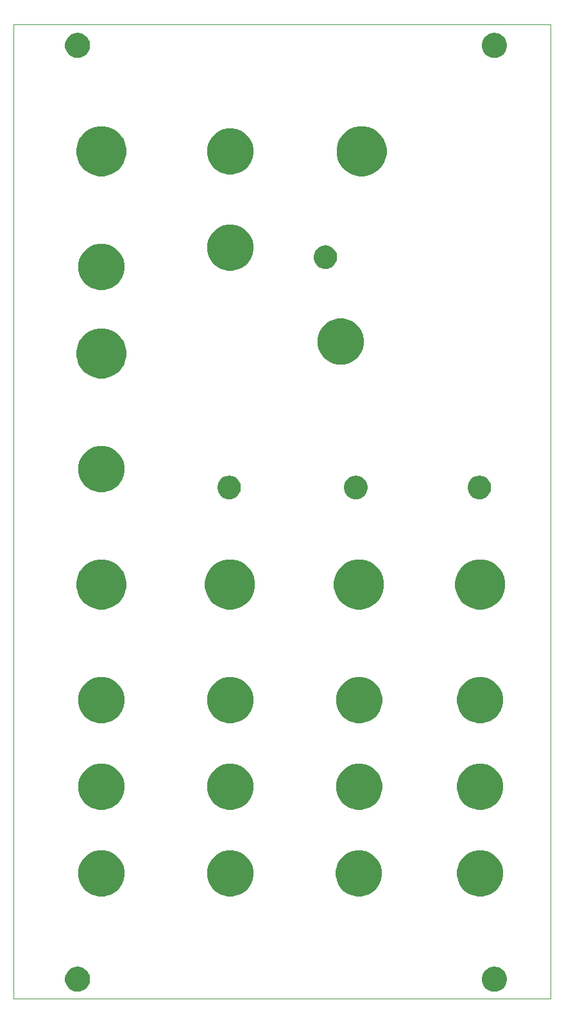
<source format=gbr>
G04 #@! TF.GenerationSoftware,KiCad,Pcbnew,(5.1.4)-1*
G04 #@! TF.CreationDate,2019-11-15T08:19:10+01:00*
G04 #@! TF.ProjectId,Panel,50616e65-6c2e-46b6-9963-61645f706362,rev?*
G04 #@! TF.SameCoordinates,Original*
G04 #@! TF.FileFunction,Soldermask,Top*
G04 #@! TF.FilePolarity,Negative*
%FSLAX46Y46*%
G04 Gerber Fmt 4.6, Leading zero omitted, Abs format (unit mm)*
G04 Created by KiCad (PCBNEW (5.1.4)-1) date 2019-11-15 08:19:10*
%MOMM*%
%LPD*%
G04 APERTURE LIST*
%ADD10C,0.050000*%
%ADD11C,0.100000*%
G04 APERTURE END LIST*
D10*
X178570000Y-23910000D02*
X249420000Y-23910000D01*
X178570000Y-152400000D02*
X178570000Y-23910000D01*
X178570000Y-152400000D02*
X249420000Y-152400000D01*
X249420000Y-152400000D02*
X249420000Y-23910000D01*
D11*
G36*
X242375256Y-148251298D02*
G01*
X242481579Y-148272447D01*
X242782042Y-148396903D01*
X243052451Y-148577585D01*
X243282415Y-148807549D01*
X243463097Y-149077958D01*
X243587553Y-149378421D01*
X243651000Y-149697391D01*
X243651000Y-150022609D01*
X243587553Y-150341579D01*
X243463097Y-150642042D01*
X243282415Y-150912451D01*
X243052451Y-151142415D01*
X242782042Y-151323097D01*
X242481579Y-151447553D01*
X242375256Y-151468702D01*
X242162611Y-151511000D01*
X241837389Y-151511000D01*
X241624744Y-151468702D01*
X241518421Y-151447553D01*
X241217958Y-151323097D01*
X240947549Y-151142415D01*
X240717585Y-150912451D01*
X240536903Y-150642042D01*
X240412447Y-150341579D01*
X240349000Y-150022609D01*
X240349000Y-149697391D01*
X240412447Y-149378421D01*
X240536903Y-149077958D01*
X240717585Y-148807549D01*
X240947549Y-148577585D01*
X241217958Y-148396903D01*
X241518421Y-148272447D01*
X241624744Y-148251298D01*
X241837389Y-148209000D01*
X242162611Y-148209000D01*
X242375256Y-148251298D01*
X242375256Y-148251298D01*
G37*
G36*
X187375256Y-148251298D02*
G01*
X187481579Y-148272447D01*
X187782042Y-148396903D01*
X188052451Y-148577585D01*
X188282415Y-148807549D01*
X188463097Y-149077958D01*
X188587553Y-149378421D01*
X188651000Y-149697391D01*
X188651000Y-150022609D01*
X188587553Y-150341579D01*
X188463097Y-150642042D01*
X188282415Y-150912451D01*
X188052451Y-151142415D01*
X187782042Y-151323097D01*
X187481579Y-151447553D01*
X187375256Y-151468702D01*
X187162611Y-151511000D01*
X186837389Y-151511000D01*
X186624744Y-151468702D01*
X186518421Y-151447553D01*
X186217958Y-151323097D01*
X185947549Y-151142415D01*
X185717585Y-150912451D01*
X185536903Y-150642042D01*
X185412447Y-150341579D01*
X185349000Y-150022609D01*
X185349000Y-149697391D01*
X185412447Y-149378421D01*
X185536903Y-149077958D01*
X185717585Y-148807549D01*
X185947549Y-148577585D01*
X186217958Y-148396903D01*
X186518421Y-148272447D01*
X186624744Y-148251298D01*
X186837389Y-148209000D01*
X187162611Y-148209000D01*
X187375256Y-148251298D01*
X187375256Y-148251298D01*
G37*
G36*
X208049943Y-132956248D02*
G01*
X208605189Y-133186238D01*
X208605190Y-133186239D01*
X209104899Y-133520134D01*
X209529866Y-133945101D01*
X209529867Y-133945103D01*
X209863762Y-134444811D01*
X210093752Y-135000057D01*
X210211000Y-135589501D01*
X210211000Y-136190499D01*
X210093752Y-136779943D01*
X209863762Y-137335189D01*
X209863761Y-137335190D01*
X209529866Y-137834899D01*
X209104899Y-138259866D01*
X208853347Y-138427948D01*
X208605189Y-138593762D01*
X208049943Y-138823752D01*
X207460499Y-138941000D01*
X206859501Y-138941000D01*
X206270057Y-138823752D01*
X205714811Y-138593762D01*
X205466653Y-138427948D01*
X205215101Y-138259866D01*
X204790134Y-137834899D01*
X204456239Y-137335190D01*
X204456238Y-137335189D01*
X204226248Y-136779943D01*
X204109000Y-136190499D01*
X204109000Y-135589501D01*
X204226248Y-135000057D01*
X204456238Y-134444811D01*
X204790133Y-133945103D01*
X204790134Y-133945101D01*
X205215101Y-133520134D01*
X205714810Y-133186239D01*
X205714811Y-133186238D01*
X206270057Y-132956248D01*
X206859501Y-132839000D01*
X207460499Y-132839000D01*
X208049943Y-132956248D01*
X208049943Y-132956248D01*
G37*
G36*
X225009943Y-132956248D02*
G01*
X225565189Y-133186238D01*
X225565190Y-133186239D01*
X226064899Y-133520134D01*
X226489866Y-133945101D01*
X226489867Y-133945103D01*
X226823762Y-134444811D01*
X227053752Y-135000057D01*
X227171000Y-135589501D01*
X227171000Y-136190499D01*
X227053752Y-136779943D01*
X226823762Y-137335189D01*
X226823761Y-137335190D01*
X226489866Y-137834899D01*
X226064899Y-138259866D01*
X225813347Y-138427948D01*
X225565189Y-138593762D01*
X225009943Y-138823752D01*
X224420499Y-138941000D01*
X223819501Y-138941000D01*
X223230057Y-138823752D01*
X222674811Y-138593762D01*
X222426653Y-138427948D01*
X222175101Y-138259866D01*
X221750134Y-137834899D01*
X221416239Y-137335190D01*
X221416238Y-137335189D01*
X221186248Y-136779943D01*
X221069000Y-136190499D01*
X221069000Y-135589501D01*
X221186248Y-135000057D01*
X221416238Y-134444811D01*
X221750133Y-133945103D01*
X221750134Y-133945101D01*
X222175101Y-133520134D01*
X222674810Y-133186239D01*
X222674811Y-133186238D01*
X223230057Y-132956248D01*
X223819501Y-132839000D01*
X224420499Y-132839000D01*
X225009943Y-132956248D01*
X225009943Y-132956248D01*
G37*
G36*
X241019943Y-132956248D02*
G01*
X241575189Y-133186238D01*
X241575190Y-133186239D01*
X242074899Y-133520134D01*
X242499866Y-133945101D01*
X242499867Y-133945103D01*
X242833762Y-134444811D01*
X243063752Y-135000057D01*
X243181000Y-135589501D01*
X243181000Y-136190499D01*
X243063752Y-136779943D01*
X242833762Y-137335189D01*
X242833761Y-137335190D01*
X242499866Y-137834899D01*
X242074899Y-138259866D01*
X241823347Y-138427948D01*
X241575189Y-138593762D01*
X241019943Y-138823752D01*
X240430499Y-138941000D01*
X239829501Y-138941000D01*
X239240057Y-138823752D01*
X238684811Y-138593762D01*
X238436653Y-138427948D01*
X238185101Y-138259866D01*
X237760134Y-137834899D01*
X237426239Y-137335190D01*
X237426238Y-137335189D01*
X237196248Y-136779943D01*
X237079000Y-136190499D01*
X237079000Y-135589501D01*
X237196248Y-135000057D01*
X237426238Y-134444811D01*
X237760133Y-133945103D01*
X237760134Y-133945101D01*
X238185101Y-133520134D01*
X238684810Y-133186239D01*
X238684811Y-133186238D01*
X239240057Y-132956248D01*
X239829501Y-132839000D01*
X240430499Y-132839000D01*
X241019943Y-132956248D01*
X241019943Y-132956248D01*
G37*
G36*
X191039943Y-132956248D02*
G01*
X191595189Y-133186238D01*
X191595190Y-133186239D01*
X192094899Y-133520134D01*
X192519866Y-133945101D01*
X192519867Y-133945103D01*
X192853762Y-134444811D01*
X193083752Y-135000057D01*
X193201000Y-135589501D01*
X193201000Y-136190499D01*
X193083752Y-136779943D01*
X192853762Y-137335189D01*
X192853761Y-137335190D01*
X192519866Y-137834899D01*
X192094899Y-138259866D01*
X191843347Y-138427948D01*
X191595189Y-138593762D01*
X191039943Y-138823752D01*
X190450499Y-138941000D01*
X189849501Y-138941000D01*
X189260057Y-138823752D01*
X188704811Y-138593762D01*
X188456653Y-138427948D01*
X188205101Y-138259866D01*
X187780134Y-137834899D01*
X187446239Y-137335190D01*
X187446238Y-137335189D01*
X187216248Y-136779943D01*
X187099000Y-136190499D01*
X187099000Y-135589501D01*
X187216248Y-135000057D01*
X187446238Y-134444811D01*
X187780133Y-133945103D01*
X187780134Y-133945101D01*
X188205101Y-133520134D01*
X188704810Y-133186239D01*
X188704811Y-133186238D01*
X189260057Y-132956248D01*
X189849501Y-132839000D01*
X190450499Y-132839000D01*
X191039943Y-132956248D01*
X191039943Y-132956248D01*
G37*
G36*
X208049943Y-121526248D02*
G01*
X208605189Y-121756238D01*
X208605190Y-121756239D01*
X209104899Y-122090134D01*
X209529866Y-122515101D01*
X209529867Y-122515103D01*
X209863762Y-123014811D01*
X210093752Y-123570057D01*
X210211000Y-124159501D01*
X210211000Y-124760499D01*
X210093752Y-125349943D01*
X209863762Y-125905189D01*
X209863761Y-125905190D01*
X209529866Y-126404899D01*
X209104899Y-126829866D01*
X208853347Y-126997948D01*
X208605189Y-127163762D01*
X208049943Y-127393752D01*
X207460499Y-127511000D01*
X206859501Y-127511000D01*
X206270057Y-127393752D01*
X205714811Y-127163762D01*
X205466653Y-126997948D01*
X205215101Y-126829866D01*
X204790134Y-126404899D01*
X204456239Y-125905190D01*
X204456238Y-125905189D01*
X204226248Y-125349943D01*
X204109000Y-124760499D01*
X204109000Y-124159501D01*
X204226248Y-123570057D01*
X204456238Y-123014811D01*
X204790133Y-122515103D01*
X204790134Y-122515101D01*
X205215101Y-122090134D01*
X205714810Y-121756239D01*
X205714811Y-121756238D01*
X206270057Y-121526248D01*
X206859501Y-121409000D01*
X207460499Y-121409000D01*
X208049943Y-121526248D01*
X208049943Y-121526248D01*
G37*
G36*
X241019943Y-121526248D02*
G01*
X241575189Y-121756238D01*
X241575190Y-121756239D01*
X242074899Y-122090134D01*
X242499866Y-122515101D01*
X242499867Y-122515103D01*
X242833762Y-123014811D01*
X243063752Y-123570057D01*
X243181000Y-124159501D01*
X243181000Y-124760499D01*
X243063752Y-125349943D01*
X242833762Y-125905189D01*
X242833761Y-125905190D01*
X242499866Y-126404899D01*
X242074899Y-126829866D01*
X241823347Y-126997948D01*
X241575189Y-127163762D01*
X241019943Y-127393752D01*
X240430499Y-127511000D01*
X239829501Y-127511000D01*
X239240057Y-127393752D01*
X238684811Y-127163762D01*
X238436653Y-126997948D01*
X238185101Y-126829866D01*
X237760134Y-126404899D01*
X237426239Y-125905190D01*
X237426238Y-125905189D01*
X237196248Y-125349943D01*
X237079000Y-124760499D01*
X237079000Y-124159501D01*
X237196248Y-123570057D01*
X237426238Y-123014811D01*
X237760133Y-122515103D01*
X237760134Y-122515101D01*
X238185101Y-122090134D01*
X238684810Y-121756239D01*
X238684811Y-121756238D01*
X239240057Y-121526248D01*
X239829501Y-121409000D01*
X240430499Y-121409000D01*
X241019943Y-121526248D01*
X241019943Y-121526248D01*
G37*
G36*
X225059943Y-121526248D02*
G01*
X225615189Y-121756238D01*
X225615190Y-121756239D01*
X226114899Y-122090134D01*
X226539866Y-122515101D01*
X226539867Y-122515103D01*
X226873762Y-123014811D01*
X227103752Y-123570057D01*
X227221000Y-124159501D01*
X227221000Y-124760499D01*
X227103752Y-125349943D01*
X226873762Y-125905189D01*
X226873761Y-125905190D01*
X226539866Y-126404899D01*
X226114899Y-126829866D01*
X225863347Y-126997948D01*
X225615189Y-127163762D01*
X225059943Y-127393752D01*
X224470499Y-127511000D01*
X223869501Y-127511000D01*
X223280057Y-127393752D01*
X222724811Y-127163762D01*
X222476653Y-126997948D01*
X222225101Y-126829866D01*
X221800134Y-126404899D01*
X221466239Y-125905190D01*
X221466238Y-125905189D01*
X221236248Y-125349943D01*
X221119000Y-124760499D01*
X221119000Y-124159501D01*
X221236248Y-123570057D01*
X221466238Y-123014811D01*
X221800133Y-122515103D01*
X221800134Y-122515101D01*
X222225101Y-122090134D01*
X222724810Y-121756239D01*
X222724811Y-121756238D01*
X223280057Y-121526248D01*
X223869501Y-121409000D01*
X224470499Y-121409000D01*
X225059943Y-121526248D01*
X225059943Y-121526248D01*
G37*
G36*
X191039943Y-121526248D02*
G01*
X191595189Y-121756238D01*
X191595190Y-121756239D01*
X192094899Y-122090134D01*
X192519866Y-122515101D01*
X192519867Y-122515103D01*
X192853762Y-123014811D01*
X193083752Y-123570057D01*
X193201000Y-124159501D01*
X193201000Y-124760499D01*
X193083752Y-125349943D01*
X192853762Y-125905189D01*
X192853761Y-125905190D01*
X192519866Y-126404899D01*
X192094899Y-126829866D01*
X191843347Y-126997948D01*
X191595189Y-127163762D01*
X191039943Y-127393752D01*
X190450499Y-127511000D01*
X189849501Y-127511000D01*
X189260057Y-127393752D01*
X188704811Y-127163762D01*
X188456653Y-126997948D01*
X188205101Y-126829866D01*
X187780134Y-126404899D01*
X187446239Y-125905190D01*
X187446238Y-125905189D01*
X187216248Y-125349943D01*
X187099000Y-124760499D01*
X187099000Y-124159501D01*
X187216248Y-123570057D01*
X187446238Y-123014811D01*
X187780133Y-122515103D01*
X187780134Y-122515101D01*
X188205101Y-122090134D01*
X188704810Y-121756239D01*
X188704811Y-121756238D01*
X189260057Y-121526248D01*
X189849501Y-121409000D01*
X190450499Y-121409000D01*
X191039943Y-121526248D01*
X191039943Y-121526248D01*
G37*
G36*
X225059943Y-110096248D02*
G01*
X225615189Y-110326238D01*
X225615190Y-110326239D01*
X226114899Y-110660134D01*
X226539866Y-111085101D01*
X226539867Y-111085103D01*
X226873762Y-111584811D01*
X227103752Y-112140057D01*
X227221000Y-112729501D01*
X227221000Y-113330499D01*
X227103752Y-113919943D01*
X226873762Y-114475189D01*
X226873761Y-114475190D01*
X226539866Y-114974899D01*
X226114899Y-115399866D01*
X225863347Y-115567948D01*
X225615189Y-115733762D01*
X225059943Y-115963752D01*
X224470499Y-116081000D01*
X223869501Y-116081000D01*
X223280057Y-115963752D01*
X222724811Y-115733762D01*
X222476653Y-115567948D01*
X222225101Y-115399866D01*
X221800134Y-114974899D01*
X221466239Y-114475190D01*
X221466238Y-114475189D01*
X221236248Y-113919943D01*
X221119000Y-113330499D01*
X221119000Y-112729501D01*
X221236248Y-112140057D01*
X221466238Y-111584811D01*
X221800133Y-111085103D01*
X221800134Y-111085101D01*
X222225101Y-110660134D01*
X222724810Y-110326239D01*
X222724811Y-110326238D01*
X223280057Y-110096248D01*
X223869501Y-109979000D01*
X224470499Y-109979000D01*
X225059943Y-110096248D01*
X225059943Y-110096248D01*
G37*
G36*
X208049943Y-110096248D02*
G01*
X208605189Y-110326238D01*
X208605190Y-110326239D01*
X209104899Y-110660134D01*
X209529866Y-111085101D01*
X209529867Y-111085103D01*
X209863762Y-111584811D01*
X210093752Y-112140057D01*
X210211000Y-112729501D01*
X210211000Y-113330499D01*
X210093752Y-113919943D01*
X209863762Y-114475189D01*
X209863761Y-114475190D01*
X209529866Y-114974899D01*
X209104899Y-115399866D01*
X208853347Y-115567948D01*
X208605189Y-115733762D01*
X208049943Y-115963752D01*
X207460499Y-116081000D01*
X206859501Y-116081000D01*
X206270057Y-115963752D01*
X205714811Y-115733762D01*
X205466653Y-115567948D01*
X205215101Y-115399866D01*
X204790134Y-114974899D01*
X204456239Y-114475190D01*
X204456238Y-114475189D01*
X204226248Y-113919943D01*
X204109000Y-113330499D01*
X204109000Y-112729501D01*
X204226248Y-112140057D01*
X204456238Y-111584811D01*
X204790133Y-111085103D01*
X204790134Y-111085101D01*
X205215101Y-110660134D01*
X205714810Y-110326239D01*
X205714811Y-110326238D01*
X206270057Y-110096248D01*
X206859501Y-109979000D01*
X207460499Y-109979000D01*
X208049943Y-110096248D01*
X208049943Y-110096248D01*
G37*
G36*
X191039943Y-110096248D02*
G01*
X191595189Y-110326238D01*
X191595190Y-110326239D01*
X192094899Y-110660134D01*
X192519866Y-111085101D01*
X192519867Y-111085103D01*
X192853762Y-111584811D01*
X193083752Y-112140057D01*
X193201000Y-112729501D01*
X193201000Y-113330499D01*
X193083752Y-113919943D01*
X192853762Y-114475189D01*
X192853761Y-114475190D01*
X192519866Y-114974899D01*
X192094899Y-115399866D01*
X191843347Y-115567948D01*
X191595189Y-115733762D01*
X191039943Y-115963752D01*
X190450499Y-116081000D01*
X189849501Y-116081000D01*
X189260057Y-115963752D01*
X188704811Y-115733762D01*
X188456653Y-115567948D01*
X188205101Y-115399866D01*
X187780134Y-114974899D01*
X187446239Y-114475190D01*
X187446238Y-114475189D01*
X187216248Y-113919943D01*
X187099000Y-113330499D01*
X187099000Y-112729501D01*
X187216248Y-112140057D01*
X187446238Y-111584811D01*
X187780133Y-111085103D01*
X187780134Y-111085101D01*
X188205101Y-110660134D01*
X188704810Y-110326239D01*
X188704811Y-110326238D01*
X189260057Y-110096248D01*
X189849501Y-109979000D01*
X190450499Y-109979000D01*
X191039943Y-110096248D01*
X191039943Y-110096248D01*
G37*
G36*
X241019943Y-110096248D02*
G01*
X241575189Y-110326238D01*
X241575190Y-110326239D01*
X242074899Y-110660134D01*
X242499866Y-111085101D01*
X242499867Y-111085103D01*
X242833762Y-111584811D01*
X243063752Y-112140057D01*
X243181000Y-112729501D01*
X243181000Y-113330499D01*
X243063752Y-113919943D01*
X242833762Y-114475189D01*
X242833761Y-114475190D01*
X242499866Y-114974899D01*
X242074899Y-115399866D01*
X241823347Y-115567948D01*
X241575189Y-115733762D01*
X241019943Y-115963752D01*
X240430499Y-116081000D01*
X239829501Y-116081000D01*
X239240057Y-115963752D01*
X238684811Y-115733762D01*
X238436653Y-115567948D01*
X238185101Y-115399866D01*
X237760134Y-114974899D01*
X237426239Y-114475190D01*
X237426238Y-114475189D01*
X237196248Y-113919943D01*
X237079000Y-113330499D01*
X237079000Y-112729501D01*
X237196248Y-112140057D01*
X237426238Y-111584811D01*
X237760133Y-111085103D01*
X237760134Y-111085101D01*
X238185101Y-110660134D01*
X238684810Y-110326239D01*
X238684811Y-110326238D01*
X239240057Y-110096248D01*
X239829501Y-109979000D01*
X240430499Y-109979000D01*
X241019943Y-110096248D01*
X241019943Y-110096248D01*
G37*
G36*
X191112865Y-94615855D02*
G01*
X191713608Y-94864691D01*
X191713610Y-94864692D01*
X192254265Y-95225946D01*
X192714054Y-95685735D01*
X193075308Y-96226390D01*
X193075309Y-96226392D01*
X193324145Y-96827135D01*
X193451000Y-97464879D01*
X193451000Y-98115121D01*
X193324145Y-98752865D01*
X193075309Y-99353608D01*
X193075308Y-99353610D01*
X192714054Y-99894265D01*
X192254265Y-100354054D01*
X191713610Y-100715308D01*
X191713609Y-100715309D01*
X191713608Y-100715309D01*
X191112865Y-100964145D01*
X190475121Y-101091000D01*
X189824879Y-101091000D01*
X189187135Y-100964145D01*
X188586392Y-100715309D01*
X188586391Y-100715309D01*
X188586390Y-100715308D01*
X188045735Y-100354054D01*
X187585946Y-99894265D01*
X187224692Y-99353610D01*
X187224691Y-99353608D01*
X186975855Y-98752865D01*
X186849000Y-98115121D01*
X186849000Y-97464879D01*
X186975855Y-96827135D01*
X187224691Y-96226392D01*
X187224692Y-96226390D01*
X187585946Y-95685735D01*
X188045735Y-95225946D01*
X188586390Y-94864692D01*
X188586392Y-94864691D01*
X189187135Y-94615855D01*
X189824879Y-94489000D01*
X190475121Y-94489000D01*
X191112865Y-94615855D01*
X191112865Y-94615855D01*
G37*
G36*
X241092865Y-94615855D02*
G01*
X241693608Y-94864691D01*
X241693610Y-94864692D01*
X242234265Y-95225946D01*
X242694054Y-95685735D01*
X243055308Y-96226390D01*
X243055309Y-96226392D01*
X243304145Y-96827135D01*
X243431000Y-97464879D01*
X243431000Y-98115121D01*
X243304145Y-98752865D01*
X243055309Y-99353608D01*
X243055308Y-99353610D01*
X242694054Y-99894265D01*
X242234265Y-100354054D01*
X241693610Y-100715308D01*
X241693609Y-100715309D01*
X241693608Y-100715309D01*
X241092865Y-100964145D01*
X240455121Y-101091000D01*
X239804879Y-101091000D01*
X239167135Y-100964145D01*
X238566392Y-100715309D01*
X238566391Y-100715309D01*
X238566390Y-100715308D01*
X238025735Y-100354054D01*
X237565946Y-99894265D01*
X237204692Y-99353610D01*
X237204691Y-99353608D01*
X236955855Y-98752865D01*
X236829000Y-98115121D01*
X236829000Y-97464879D01*
X236955855Y-96827135D01*
X237204691Y-96226392D01*
X237204692Y-96226390D01*
X237565946Y-95685735D01*
X238025735Y-95225946D01*
X238566390Y-94864692D01*
X238566392Y-94864691D01*
X239167135Y-94615855D01*
X239804879Y-94489000D01*
X240455121Y-94489000D01*
X241092865Y-94615855D01*
X241092865Y-94615855D01*
G37*
G36*
X208072865Y-94615855D02*
G01*
X208673608Y-94864691D01*
X208673610Y-94864692D01*
X209214265Y-95225946D01*
X209674054Y-95685735D01*
X210035308Y-96226390D01*
X210035309Y-96226392D01*
X210284145Y-96827135D01*
X210411000Y-97464879D01*
X210411000Y-98115121D01*
X210284145Y-98752865D01*
X210035309Y-99353608D01*
X210035308Y-99353610D01*
X209674054Y-99894265D01*
X209214265Y-100354054D01*
X208673610Y-100715308D01*
X208673609Y-100715309D01*
X208673608Y-100715309D01*
X208072865Y-100964145D01*
X207435121Y-101091000D01*
X206784879Y-101091000D01*
X206147135Y-100964145D01*
X205546392Y-100715309D01*
X205546391Y-100715309D01*
X205546390Y-100715308D01*
X205005735Y-100354054D01*
X204545946Y-99894265D01*
X204184692Y-99353610D01*
X204184691Y-99353608D01*
X203935855Y-98752865D01*
X203809000Y-98115121D01*
X203809000Y-97464879D01*
X203935855Y-96827135D01*
X204184691Y-96226392D01*
X204184692Y-96226390D01*
X204545946Y-95685735D01*
X205005735Y-95225946D01*
X205546390Y-94864692D01*
X205546392Y-94864691D01*
X206147135Y-94615855D01*
X206784879Y-94489000D01*
X207435121Y-94489000D01*
X208072865Y-94615855D01*
X208072865Y-94615855D01*
G37*
G36*
X225102865Y-94615855D02*
G01*
X225703608Y-94864691D01*
X225703610Y-94864692D01*
X226244265Y-95225946D01*
X226704054Y-95685735D01*
X227065308Y-96226390D01*
X227065309Y-96226392D01*
X227314145Y-96827135D01*
X227441000Y-97464879D01*
X227441000Y-98115121D01*
X227314145Y-98752865D01*
X227065309Y-99353608D01*
X227065308Y-99353610D01*
X226704054Y-99894265D01*
X226244265Y-100354054D01*
X225703610Y-100715308D01*
X225703609Y-100715309D01*
X225703608Y-100715309D01*
X225102865Y-100964145D01*
X224465121Y-101091000D01*
X223814879Y-101091000D01*
X223177135Y-100964145D01*
X222576392Y-100715309D01*
X222576391Y-100715309D01*
X222576390Y-100715308D01*
X222035735Y-100354054D01*
X221575946Y-99894265D01*
X221214692Y-99353610D01*
X221214691Y-99353608D01*
X220965855Y-98752865D01*
X220839000Y-98115121D01*
X220839000Y-97464879D01*
X220965855Y-96827135D01*
X221214691Y-96226392D01*
X221214692Y-96226390D01*
X221575946Y-95685735D01*
X222035735Y-95225946D01*
X222576390Y-94864692D01*
X222576392Y-94864691D01*
X223177135Y-94615855D01*
X223814879Y-94489000D01*
X224465121Y-94489000D01*
X225102865Y-94615855D01*
X225102865Y-94615855D01*
G37*
G36*
X224022585Y-83468802D02*
G01*
X224172410Y-83498604D01*
X224454674Y-83615521D01*
X224708705Y-83785259D01*
X224924741Y-84001295D01*
X225094479Y-84255326D01*
X225211396Y-84537590D01*
X225271000Y-84837240D01*
X225271000Y-85142760D01*
X225211396Y-85442410D01*
X225094479Y-85724674D01*
X224924741Y-85978705D01*
X224708705Y-86194741D01*
X224454674Y-86364479D01*
X224172410Y-86481396D01*
X224022585Y-86511198D01*
X223872761Y-86541000D01*
X223567239Y-86541000D01*
X223417415Y-86511198D01*
X223267590Y-86481396D01*
X222985326Y-86364479D01*
X222731295Y-86194741D01*
X222515259Y-85978705D01*
X222345521Y-85724674D01*
X222228604Y-85442410D01*
X222169000Y-85142760D01*
X222169000Y-84837240D01*
X222228604Y-84537590D01*
X222345521Y-84255326D01*
X222515259Y-84001295D01*
X222731295Y-83785259D01*
X222985326Y-83615521D01*
X223267590Y-83498604D01*
X223417415Y-83468802D01*
X223567239Y-83439000D01*
X223872761Y-83439000D01*
X224022585Y-83468802D01*
X224022585Y-83468802D01*
G37*
G36*
X240332585Y-83468802D02*
G01*
X240482410Y-83498604D01*
X240764674Y-83615521D01*
X241018705Y-83785259D01*
X241234741Y-84001295D01*
X241404479Y-84255326D01*
X241521396Y-84537590D01*
X241581000Y-84837240D01*
X241581000Y-85142760D01*
X241521396Y-85442410D01*
X241404479Y-85724674D01*
X241234741Y-85978705D01*
X241018705Y-86194741D01*
X240764674Y-86364479D01*
X240482410Y-86481396D01*
X240332585Y-86511198D01*
X240182761Y-86541000D01*
X239877239Y-86541000D01*
X239727415Y-86511198D01*
X239577590Y-86481396D01*
X239295326Y-86364479D01*
X239041295Y-86194741D01*
X238825259Y-85978705D01*
X238655521Y-85724674D01*
X238538604Y-85442410D01*
X238479000Y-85142760D01*
X238479000Y-84837240D01*
X238538604Y-84537590D01*
X238655521Y-84255326D01*
X238825259Y-84001295D01*
X239041295Y-83785259D01*
X239295326Y-83615521D01*
X239577590Y-83498604D01*
X239727415Y-83468802D01*
X239877239Y-83439000D01*
X240182761Y-83439000D01*
X240332585Y-83468802D01*
X240332585Y-83468802D01*
G37*
G36*
X207312585Y-83468802D02*
G01*
X207462410Y-83498604D01*
X207744674Y-83615521D01*
X207998705Y-83785259D01*
X208214741Y-84001295D01*
X208384479Y-84255326D01*
X208501396Y-84537590D01*
X208561000Y-84837240D01*
X208561000Y-85142760D01*
X208501396Y-85442410D01*
X208384479Y-85724674D01*
X208214741Y-85978705D01*
X207998705Y-86194741D01*
X207744674Y-86364479D01*
X207462410Y-86481396D01*
X207312585Y-86511198D01*
X207162761Y-86541000D01*
X206857239Y-86541000D01*
X206707415Y-86511198D01*
X206557590Y-86481396D01*
X206275326Y-86364479D01*
X206021295Y-86194741D01*
X205805259Y-85978705D01*
X205635521Y-85724674D01*
X205518604Y-85442410D01*
X205459000Y-85142760D01*
X205459000Y-84837240D01*
X205518604Y-84537590D01*
X205635521Y-84255326D01*
X205805259Y-84001295D01*
X206021295Y-83785259D01*
X206275326Y-83615521D01*
X206557590Y-83498604D01*
X206707415Y-83468802D01*
X206857239Y-83439000D01*
X207162761Y-83439000D01*
X207312585Y-83468802D01*
X207312585Y-83468802D01*
G37*
G36*
X191039943Y-79616248D02*
G01*
X191595189Y-79846238D01*
X191595190Y-79846239D01*
X192094899Y-80180134D01*
X192519866Y-80605101D01*
X192519867Y-80605103D01*
X192853762Y-81104811D01*
X193083752Y-81660057D01*
X193201000Y-82249501D01*
X193201000Y-82850499D01*
X193083752Y-83439943D01*
X192853762Y-83995189D01*
X192853761Y-83995190D01*
X192519866Y-84494899D01*
X192094899Y-84919866D01*
X191843347Y-85087948D01*
X191595189Y-85253762D01*
X191039943Y-85483752D01*
X190450499Y-85601000D01*
X189849501Y-85601000D01*
X189260057Y-85483752D01*
X188704811Y-85253762D01*
X188456653Y-85087948D01*
X188205101Y-84919866D01*
X187780134Y-84494899D01*
X187446239Y-83995190D01*
X187446238Y-83995189D01*
X187216248Y-83439943D01*
X187099000Y-82850499D01*
X187099000Y-82249501D01*
X187216248Y-81660057D01*
X187446238Y-81104811D01*
X187780133Y-80605103D01*
X187780134Y-80605101D01*
X188205101Y-80180134D01*
X188704810Y-79846239D01*
X188704811Y-79846238D01*
X189260057Y-79616248D01*
X189849501Y-79499000D01*
X190450499Y-79499000D01*
X191039943Y-79616248D01*
X191039943Y-79616248D01*
G37*
G36*
X191112865Y-64135855D02*
G01*
X191713608Y-64384691D01*
X191713610Y-64384692D01*
X192254265Y-64745946D01*
X192714054Y-65205735D01*
X193075308Y-65746390D01*
X193075309Y-65746392D01*
X193324145Y-66347135D01*
X193451000Y-66984879D01*
X193451000Y-67635121D01*
X193324145Y-68272865D01*
X193158092Y-68673752D01*
X193075308Y-68873610D01*
X192714054Y-69414265D01*
X192254265Y-69874054D01*
X191713610Y-70235308D01*
X191713609Y-70235309D01*
X191713608Y-70235309D01*
X191112865Y-70484145D01*
X190475121Y-70611000D01*
X189824879Y-70611000D01*
X189187135Y-70484145D01*
X188586392Y-70235309D01*
X188586391Y-70235309D01*
X188586390Y-70235308D01*
X188045735Y-69874054D01*
X187585946Y-69414265D01*
X187224692Y-68873610D01*
X187141908Y-68673752D01*
X186975855Y-68272865D01*
X186849000Y-67635121D01*
X186849000Y-66984879D01*
X186975855Y-66347135D01*
X187224691Y-65746392D01*
X187224692Y-65746390D01*
X187585946Y-65205735D01*
X188045735Y-64745946D01*
X188586390Y-64384692D01*
X188586392Y-64384691D01*
X189187135Y-64135855D01*
X189824879Y-64009000D01*
X190475121Y-64009000D01*
X191112865Y-64135855D01*
X191112865Y-64135855D01*
G37*
G36*
X222619943Y-62806248D02*
G01*
X223175189Y-63036238D01*
X223175190Y-63036239D01*
X223674899Y-63370134D01*
X224099866Y-63795101D01*
X224099867Y-63795103D01*
X224433762Y-64294811D01*
X224663752Y-64850057D01*
X224781000Y-65439501D01*
X224781000Y-66040499D01*
X224663752Y-66629943D01*
X224433762Y-67185189D01*
X224433761Y-67185190D01*
X224099866Y-67684899D01*
X223674899Y-68109866D01*
X223430954Y-68272865D01*
X223175189Y-68443762D01*
X222619943Y-68673752D01*
X222030499Y-68791000D01*
X221429501Y-68791000D01*
X220840057Y-68673752D01*
X220284811Y-68443762D01*
X220029046Y-68272865D01*
X219785101Y-68109866D01*
X219360134Y-67684899D01*
X219026239Y-67185190D01*
X219026238Y-67185189D01*
X218796248Y-66629943D01*
X218679000Y-66040499D01*
X218679000Y-65439501D01*
X218796248Y-64850057D01*
X219026238Y-64294811D01*
X219360133Y-63795103D01*
X219360134Y-63795101D01*
X219785101Y-63370134D01*
X220284810Y-63036239D01*
X220284811Y-63036238D01*
X220840057Y-62806248D01*
X221429501Y-62689000D01*
X222030499Y-62689000D01*
X222619943Y-62806248D01*
X222619943Y-62806248D01*
G37*
G36*
X191039943Y-52946248D02*
G01*
X191595189Y-53176238D01*
X191595190Y-53176239D01*
X192094899Y-53510134D01*
X192519866Y-53935101D01*
X192519867Y-53935103D01*
X192853762Y-54434811D01*
X193083752Y-54990057D01*
X193201000Y-55579501D01*
X193201000Y-56180499D01*
X193083752Y-56769943D01*
X192853762Y-57325189D01*
X192853761Y-57325190D01*
X192519866Y-57824899D01*
X192094899Y-58249866D01*
X191843347Y-58417948D01*
X191595189Y-58583762D01*
X191039943Y-58813752D01*
X190450499Y-58931000D01*
X189849501Y-58931000D01*
X189260057Y-58813752D01*
X188704811Y-58583762D01*
X188456653Y-58417948D01*
X188205101Y-58249866D01*
X187780134Y-57824899D01*
X187446239Y-57325190D01*
X187446238Y-57325189D01*
X187216248Y-56769943D01*
X187099000Y-56180499D01*
X187099000Y-55579501D01*
X187216248Y-54990057D01*
X187446238Y-54434811D01*
X187780133Y-53935103D01*
X187780134Y-53935101D01*
X188205101Y-53510134D01*
X188704810Y-53176239D01*
X188704811Y-53176238D01*
X189260057Y-52946248D01*
X189849501Y-52829000D01*
X190450499Y-52829000D01*
X191039943Y-52946248D01*
X191039943Y-52946248D01*
G37*
G36*
X208049943Y-50406248D02*
G01*
X208605189Y-50636238D01*
X208605190Y-50636239D01*
X209104899Y-50970134D01*
X209529866Y-51395101D01*
X209529867Y-51395103D01*
X209863762Y-51894811D01*
X210093752Y-52450057D01*
X210211000Y-53039501D01*
X210211000Y-53640499D01*
X210093752Y-54229943D01*
X209863762Y-54785189D01*
X209863761Y-54785190D01*
X209529866Y-55284899D01*
X209104899Y-55709866D01*
X208853347Y-55877948D01*
X208605189Y-56043762D01*
X208049943Y-56273752D01*
X207460499Y-56391000D01*
X206859501Y-56391000D01*
X206270057Y-56273752D01*
X205714811Y-56043762D01*
X205466653Y-55877948D01*
X205215101Y-55709866D01*
X204790134Y-55284899D01*
X204456239Y-54785190D01*
X204456238Y-54785189D01*
X204226248Y-54229943D01*
X204109000Y-53640499D01*
X204109000Y-53039501D01*
X204226248Y-52450057D01*
X204456238Y-51894811D01*
X204790133Y-51395103D01*
X204790134Y-51395101D01*
X205215101Y-50970134D01*
X205714810Y-50636239D01*
X205714811Y-50636238D01*
X206270057Y-50406248D01*
X206859501Y-50289000D01*
X207460499Y-50289000D01*
X208049943Y-50406248D01*
X208049943Y-50406248D01*
G37*
G36*
X220012585Y-53088802D02*
G01*
X220162410Y-53118604D01*
X220444674Y-53235521D01*
X220698705Y-53405259D01*
X220914741Y-53621295D01*
X221084479Y-53875326D01*
X221109238Y-53935101D01*
X221201396Y-54157591D01*
X221261000Y-54457239D01*
X221261000Y-54762761D01*
X221231198Y-54912585D01*
X221201396Y-55062410D01*
X221084479Y-55344674D01*
X220914741Y-55598705D01*
X220698705Y-55814741D01*
X220444674Y-55984479D01*
X220162410Y-56101396D01*
X220012585Y-56131198D01*
X219862761Y-56161000D01*
X219557239Y-56161000D01*
X219407415Y-56131198D01*
X219257590Y-56101396D01*
X218975326Y-55984479D01*
X218721295Y-55814741D01*
X218505259Y-55598705D01*
X218335521Y-55344674D01*
X218218604Y-55062410D01*
X218188802Y-54912585D01*
X218159000Y-54762761D01*
X218159000Y-54457239D01*
X218218604Y-54157591D01*
X218310762Y-53935101D01*
X218335521Y-53875326D01*
X218505259Y-53621295D01*
X218721295Y-53405259D01*
X218975326Y-53235521D01*
X219257590Y-53118604D01*
X219407415Y-53088802D01*
X219557239Y-53059000D01*
X219862761Y-53059000D01*
X220012585Y-53088802D01*
X220012585Y-53088802D01*
G37*
G36*
X191112865Y-37465855D02*
G01*
X191693227Y-37706249D01*
X191713610Y-37714692D01*
X192254265Y-38075946D01*
X192714054Y-38535735D01*
X192820540Y-38695103D01*
X193075309Y-39076392D01*
X193324145Y-39677135D01*
X193451000Y-40314879D01*
X193451000Y-40965121D01*
X193324145Y-41602865D01*
X193124360Y-42085189D01*
X193075308Y-42203610D01*
X192714054Y-42744265D01*
X192254265Y-43204054D01*
X191713610Y-43565308D01*
X191713609Y-43565309D01*
X191713608Y-43565309D01*
X191112865Y-43814145D01*
X190475121Y-43941000D01*
X189824879Y-43941000D01*
X189187135Y-43814145D01*
X188586392Y-43565309D01*
X188586391Y-43565309D01*
X188586390Y-43565308D01*
X188045735Y-43204054D01*
X187585946Y-42744265D01*
X187224692Y-42203610D01*
X187175640Y-42085189D01*
X186975855Y-41602865D01*
X186849000Y-40965121D01*
X186849000Y-40314879D01*
X186975855Y-39677135D01*
X187224691Y-39076392D01*
X187479460Y-38695103D01*
X187585946Y-38535735D01*
X188045735Y-38075946D01*
X188586390Y-37714692D01*
X188606773Y-37706249D01*
X189187135Y-37465855D01*
X189824879Y-37339000D01*
X190475121Y-37339000D01*
X191112865Y-37465855D01*
X191112865Y-37465855D01*
G37*
G36*
X225452865Y-37465855D02*
G01*
X226033227Y-37706249D01*
X226053610Y-37714692D01*
X226594265Y-38075946D01*
X227054054Y-38535735D01*
X227160540Y-38695103D01*
X227415309Y-39076392D01*
X227664145Y-39677135D01*
X227791000Y-40314879D01*
X227791000Y-40965121D01*
X227664145Y-41602865D01*
X227464360Y-42085189D01*
X227415308Y-42203610D01*
X227054054Y-42744265D01*
X226594265Y-43204054D01*
X226053610Y-43565308D01*
X226053609Y-43565309D01*
X226053608Y-43565309D01*
X225452865Y-43814145D01*
X224815121Y-43941000D01*
X224164879Y-43941000D01*
X223527135Y-43814145D01*
X222926392Y-43565309D01*
X222926391Y-43565309D01*
X222926390Y-43565308D01*
X222385735Y-43204054D01*
X221925946Y-42744265D01*
X221564692Y-42203610D01*
X221515640Y-42085189D01*
X221315855Y-41602865D01*
X221189000Y-40965121D01*
X221189000Y-40314879D01*
X221315855Y-39677135D01*
X221564691Y-39076392D01*
X221819460Y-38695103D01*
X221925946Y-38535735D01*
X222385735Y-38075946D01*
X222926390Y-37714692D01*
X222946773Y-37706249D01*
X223527135Y-37465855D01*
X224164879Y-37339000D01*
X224815121Y-37339000D01*
X225452865Y-37465855D01*
X225452865Y-37465855D01*
G37*
G36*
X208049943Y-37706248D02*
G01*
X208605189Y-37936238D01*
X208605190Y-37936239D01*
X209104899Y-38270134D01*
X209529866Y-38695101D01*
X209529867Y-38695103D01*
X209863762Y-39194811D01*
X210093752Y-39750057D01*
X210211000Y-40339501D01*
X210211000Y-40940499D01*
X210093752Y-41529943D01*
X209863762Y-42085189D01*
X209863761Y-42085190D01*
X209529866Y-42584899D01*
X209104899Y-43009866D01*
X208853347Y-43177948D01*
X208605189Y-43343762D01*
X208049943Y-43573752D01*
X207460499Y-43691000D01*
X206859501Y-43691000D01*
X206270057Y-43573752D01*
X205714811Y-43343762D01*
X205466653Y-43177948D01*
X205215101Y-43009866D01*
X204790134Y-42584899D01*
X204456239Y-42085190D01*
X204456238Y-42085189D01*
X204226248Y-41529943D01*
X204109000Y-40940499D01*
X204109000Y-40339501D01*
X204226248Y-39750057D01*
X204456238Y-39194811D01*
X204790133Y-38695103D01*
X204790134Y-38695101D01*
X205215101Y-38270134D01*
X205714810Y-37936239D01*
X205714811Y-37936238D01*
X206270057Y-37706248D01*
X206859501Y-37589000D01*
X207460499Y-37589000D01*
X208049943Y-37706248D01*
X208049943Y-37706248D01*
G37*
G36*
X187375256Y-25061298D02*
G01*
X187481579Y-25082447D01*
X187782042Y-25206903D01*
X188052451Y-25387585D01*
X188282415Y-25617549D01*
X188463097Y-25887958D01*
X188587553Y-26188421D01*
X188651000Y-26507391D01*
X188651000Y-26832609D01*
X188587553Y-27151579D01*
X188463097Y-27452042D01*
X188282415Y-27722451D01*
X188052451Y-27952415D01*
X187782042Y-28133097D01*
X187481579Y-28257553D01*
X187375256Y-28278702D01*
X187162611Y-28321000D01*
X186837389Y-28321000D01*
X186624744Y-28278702D01*
X186518421Y-28257553D01*
X186217958Y-28133097D01*
X185947549Y-27952415D01*
X185717585Y-27722451D01*
X185536903Y-27452042D01*
X185412447Y-27151579D01*
X185349000Y-26832609D01*
X185349000Y-26507391D01*
X185412447Y-26188421D01*
X185536903Y-25887958D01*
X185717585Y-25617549D01*
X185947549Y-25387585D01*
X186217958Y-25206903D01*
X186518421Y-25082447D01*
X186624744Y-25061298D01*
X186837389Y-25019000D01*
X187162611Y-25019000D01*
X187375256Y-25061298D01*
X187375256Y-25061298D01*
G37*
G36*
X242375256Y-25061298D02*
G01*
X242481579Y-25082447D01*
X242782042Y-25206903D01*
X243052451Y-25387585D01*
X243282415Y-25617549D01*
X243463097Y-25887958D01*
X243587553Y-26188421D01*
X243651000Y-26507391D01*
X243651000Y-26832609D01*
X243587553Y-27151579D01*
X243463097Y-27452042D01*
X243282415Y-27722451D01*
X243052451Y-27952415D01*
X242782042Y-28133097D01*
X242481579Y-28257553D01*
X242375256Y-28278702D01*
X242162611Y-28321000D01*
X241837389Y-28321000D01*
X241624744Y-28278702D01*
X241518421Y-28257553D01*
X241217958Y-28133097D01*
X240947549Y-27952415D01*
X240717585Y-27722451D01*
X240536903Y-27452042D01*
X240412447Y-27151579D01*
X240349000Y-26832609D01*
X240349000Y-26507391D01*
X240412447Y-26188421D01*
X240536903Y-25887958D01*
X240717585Y-25617549D01*
X240947549Y-25387585D01*
X241217958Y-25206903D01*
X241518421Y-25082447D01*
X241624744Y-25061298D01*
X241837389Y-25019000D01*
X242162611Y-25019000D01*
X242375256Y-25061298D01*
X242375256Y-25061298D01*
G37*
M02*

</source>
